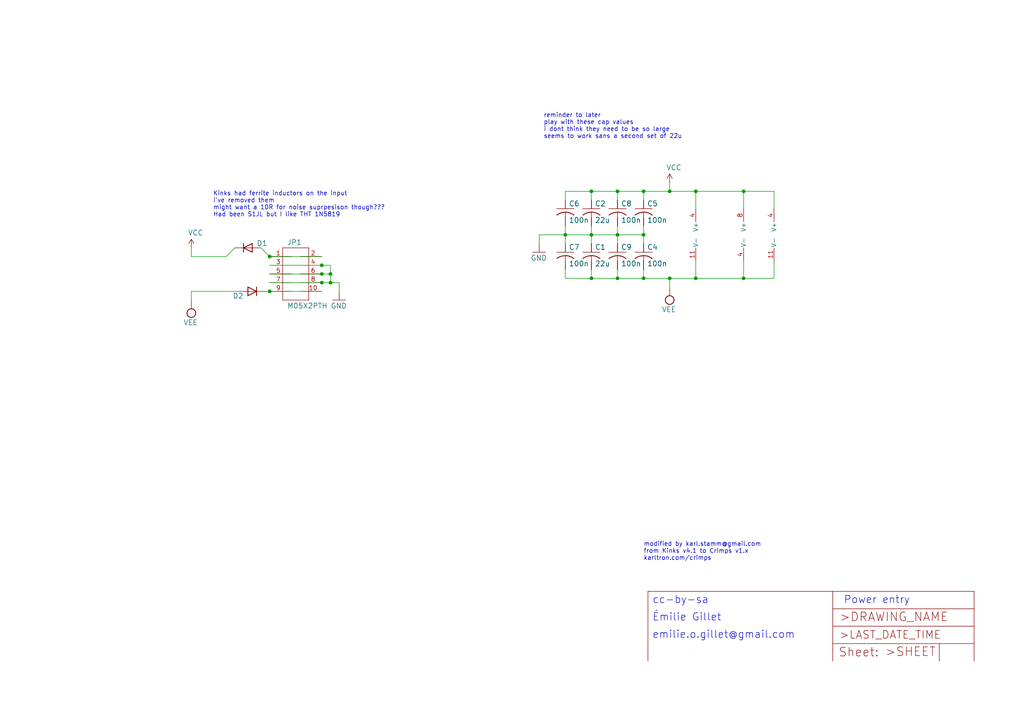
<source format=kicad_sch>
(kicad_sch (version 20230121) (generator eeschema)
  (paper "User" 299.06 210.007)
  (lib_symbols
    (symbol "Amplifier_Operational:TL072" (pin_names (offset 0.127))
      (property "Reference" "U" (at 0 5.08 0))
      (property "Value" "TL072" (at 0 -5.08 0))
      (symbol "TL072_1_1"
        (polyline (pts (xy -5.08 5.08) (xy 5.08 0) (xy -5.08 -5.08) (xy -5.08 5.08)) (stroke (width 0.254)) (fill (type background)))
        (pin output line (at 7.62 0 180) (length 2.54) (name "~") (number "1"))
        (pin input line (at -7.62 -2.54 0) (length 2.54) (name "-") (number "2"))
        (pin input line (at -7.62 2.54 0) (length 2.54) (name "+") (number "3"))
      )
      (symbol "TL072_2_1"
        (polyline (pts (xy -5.08 5.08) (xy 5.08 0) (xy -5.08 -5.08) (xy -5.08 5.08)) (stroke (width 0.254)) (fill (type background)))
        (pin input line (at -7.62 2.54 0) (length 2.54) (name "+") (number "5"))
        (pin input line (at -7.62 -2.54 0) (length 2.54) (name "-") (number "6"))
        (pin output line (at 7.62 0 180) (length 2.54) (name "~") (number "7"))
      )
      (symbol "TL072_3_1"
        (pin power_in line (at -2.54 -7.62 90) (length 3.81) (name "V-") (number "4"))
        (pin power_in line (at -2.54 7.62 270) (length 3.81) (name "V+") (number "8"))
      )
    )
    (symbol "Amplifier_Operational:TL074" (pin_names (offset 0.127))
      (property "Reference" "U" (at 0 5.08 0))
      (property "Value" "TL074" (at 0 -5.08 0))
      (symbol "TL074_1_1"
        (polyline (pts (xy -5.08 5.08) (xy 5.08 0) (xy -5.08 -5.08) (xy -5.08 5.08)) (stroke (width 0.254)) (fill (type background)))
        (pin output line (at 7.62 0 180) (length 2.54) (name "~") (number "1"))
        (pin input line (at -7.62 -2.54 0) (length 2.54) (name "-") (number "2"))
        (pin input line (at -7.62 2.54 0) (length 2.54) (name "+") (number "3"))
      )
      (symbol "TL074_2_1"
        (polyline (pts (xy -5.08 5.08) (xy 5.08 0) (xy -5.08 -5.08) (xy -5.08 5.08)) (stroke (width 0.254)) (fill (type background)))
        (pin input line (at -7.62 2.54 0) (length 2.54) (name "+") (number "5"))
        (pin input line (at -7.62 -2.54 0) (length 2.54) (name "-") (number "6"))
        (pin output line (at 7.62 0 180) (length 2.54) (name "~") (number "7"))
      )
      (symbol "TL074_3_1"
        (polyline (pts (xy -5.08 5.08) (xy 5.08 0) (xy -5.08 -5.08) (xy -5.08 5.08)) (stroke (width 0.254)) (fill (type background)))
        (pin input line (at -7.62 2.54 0) (length 2.54) (name "+") (number "10"))
        (pin output line (at 7.62 0 180) (length 2.54) (name "~") (number "8"))
        (pin input line (at -7.62 -2.54 0) (length 2.54) (name "-") (number "9"))
      )
      (symbol "TL074_4_1"
        (polyline (pts (xy -5.08 5.08) (xy 5.08 0) (xy -5.08 -5.08) (xy -5.08 5.08)) (stroke (width 0.254)) (fill (type background)))
        (pin input line (at -7.62 2.54 0) (length 2.54) (name "+") (number "12"))
        (pin input line (at -7.62 -2.54 0) (length 2.54) (name "-") (number "13"))
        (pin output line (at 7.62 0 180) (length 2.54) (name "~") (number "14"))
      )
      (symbol "TL074_5_1"
        (pin power_in line (at -2.54 -7.62 90) (length 3.81) (name "V-") (number "11"))
        (pin power_in line (at -2.54 7.62 270) (length 3.81) (name "V+") (number "4"))
      )
    )
    (symbol "Device:D" (pin_numbers hide) (pin_names (offset 1.016) hide)
      (property "Reference" "D" (at 0 2.54 0))
      (property "Value" "D" (at 0 -2.54 0))
      (symbol "D_0_1"
        (polyline (pts (xy -1.27 1.27) (xy -1.27 -1.27)) (stroke (width 0.254)))
        (polyline (pts (xy 1.27 0) (xy -1.27 0)))
        (polyline (pts (xy 1.27 1.27) (xy 1.27 -1.27) (xy -1.27 0) (xy 1.27 1.27)) (stroke (width 0.254)))
      )
      (symbol "D_1_1"
        (pin passive line (at -3.81 0 0) (length 2.54) (name "K") (number "1"))
        (pin passive line (at 3.81 0 180) (length 2.54) (name "A") (number "2"))
      )
    )
    (symbol "k2-eagle-import:A4L-LOC" (pin_names (offset 1.016))
      (symbol "A4L-LOC_1_0"
        (polyline (pts (xy 161.29 3.81) (xy 161.29 24.13)))
        (polyline (pts (xy 161.29 24.13) (xy 215.265 24.13)))
        (polyline (pts (xy 215.265 8.89) (xy 215.265 3.81)))
        (polyline (pts (xy 215.265 8.89) (xy 215.265 13.97)))
        (polyline (pts (xy 215.265 13.97) (xy 215.265 19.05)))
        (polyline (pts (xy 215.265 13.97) (xy 256.54 13.97)))
        (polyline (pts (xy 215.265 19.05) (xy 215.265 24.13)))
        (polyline (pts (xy 215.265 19.05) (xy 256.54 19.05)))
        (polyline (pts (xy 215.265 24.13) (xy 256.54 24.13)))
        (polyline (pts (xy 246.38 3.81) (xy 246.38 8.89)))
        (polyline (pts (xy 246.38 8.89) (xy 215.265 8.89)))
        (polyline (pts (xy 246.38 8.89) (xy 256.54 8.89)))
        (polyline (pts (xy 256.54 3.81) (xy 256.54 8.89)))
        (polyline (pts (xy 256.54 8.89) (xy 256.54 13.97)))
        (polyline (pts (xy 256.54 13.97) (xy 256.54 19.05)))
        (polyline (pts (xy 256.54 19.05) (xy 256.54 24.13)))
        (text ">DRAWING_NAME" (at 217.17 15.24 0) (effects (font (size 2.54 2.54)) (justify left bottom)))
        (text ">LAST_DATE_TIME" (at 217.17 10.16 0) (effects (font (size 2.286 2.286)) (justify left bottom)))
        (text ">SHEET" (at 230.505 5.08 0) (effects (font (size 2.54 2.54)) (justify left bottom)))
        (text "Sheet:" (at 216.916 4.953 0) (effects (font (size 2.54 2.54)) (justify left bottom)))
      )
    )
    (symbol "k2-eagle-import:C-USC0402" (pin_names (offset 1.016))
      (property "Reference" "C" (at 1.016 0.635 0))
      (property "Value" "C-USC0402" (at 1.016 -4.191 0))
      (symbol "C-USC0402_1_0"
        (arc (start 0 -1.016) (mid -1.2939 -1.2289) (end -2.4638 -1.8288) (stroke (width 0.254)))
        (polyline (pts (xy -2.54 0) (xy 2.54 0)))
        (polyline (pts (xy 0 -1.016) (xy 0 -2.54)))
        (arc (start 2.4892 -1.8542) (mid 1.3167 -1.2157) (end 0 -0.9906) (stroke (width 0.254)))
        (pin passive line (at 0 2.54 270) (length 2.54) (name "1") (number "1"))
        (pin passive line (at 0 -5.08 90) (length 2.54) (name "2") (number "2"))
      )
    )
    (symbol "k2-eagle-import:C-USC0805" (pin_names (offset 1.016))
      (property "Reference" "C" (at 1.016 0.635 0))
      (property "Value" "C-USC0805" (at 1.016 -4.191 0))
      (symbol "C-USC0805_1_0"
        (arc (start 0 -1.016) (mid -1.2939 -1.2289) (end -2.4638 -1.8288) (stroke (width 0.254)))
        (polyline (pts (xy -2.54 0) (xy 2.54 0)))
        (polyline (pts (xy 0 -1.016) (xy 0 -2.54)))
        (arc (start 2.4892 -1.8542) (mid 1.3167 -1.2157) (end 0 -0.9906) (stroke (width 0.254)))
        (pin passive line (at 0 2.54 270) (length 2.54) (name "1") (number "1"))
        (pin passive line (at 0 -5.08 90) (length 2.54) (name "2") (number "2"))
      )
    )
    (symbol "k2-eagle-import:GND" (power) (pin_names (offset 1.016))
      (property "Value" "GND" (at -2.54 -2.54 0))
      (symbol "GND_1_0"
        (polyline (pts (xy -1.905 0) (xy 1.905 0)))
        (pin power_in line (at 0 2.54 270) (length 2.54) (name "GND") (number "1"))
      )
    )
    (symbol "k2-eagle-import:M05X2PTH" (pin_names (offset 1.016))
      (property "Reference" "JP" (at -2.54 8.382 0))
      (property "Value" "M05X2PTH" (at -2.54 -10.16 0))
      (symbol "M05X2PTH_1_0"
        (polyline (pts (xy -3.81 7.62) (xy -3.81 -7.62)))
        (polyline (pts (xy -3.81 7.62) (xy 3.81 7.62)))
        (polyline (pts (xy -1.27 -5.08) (xy -2.54 -5.08)))
        (polyline (pts (xy -1.27 -2.54) (xy -2.54 -2.54)))
        (polyline (pts (xy -1.27 0) (xy -2.54 0)))
        (polyline (pts (xy -1.27 2.54) (xy -2.54 2.54)))
        (polyline (pts (xy -1.27 5.08) (xy -2.54 5.08)))
        (polyline (pts (xy 1.27 -5.08) (xy 2.54 -5.08)))
        (polyline (pts (xy 1.27 -2.54) (xy 2.54 -2.54)))
        (polyline (pts (xy 1.27 0) (xy 2.54 0)))
        (polyline (pts (xy 1.27 2.54) (xy 2.54 2.54)))
        (polyline (pts (xy 1.27 5.08) (xy 2.54 5.08)))
        (polyline (pts (xy 3.81 -7.62) (xy -3.81 -7.62)))
        (polyline (pts (xy 3.81 -7.62) (xy 3.81 7.62)))
        (pin passive line (at -7.62 5.08 0) (length 5.08) (name "1") (number "1"))
        (pin passive line (at 7.62 -5.08 180) (length 5.08) (name "10") (number "10"))
        (pin passive line (at 7.62 5.08 180) (length 5.08) (name "2") (number "2"))
        (pin passive line (at -7.62 2.54 0) (length 5.08) (name "3") (number "3"))
        (pin passive line (at 7.62 2.54 180) (length 5.08) (name "4") (number "4"))
        (pin passive line (at -7.62 0 0) (length 5.08) (name "5") (number "5"))
        (pin passive line (at 7.62 0 180) (length 5.08) (name "6") (number "6"))
        (pin passive line (at -7.62 -2.54 0) (length 5.08) (name "7") (number "7"))
        (pin passive line (at 7.62 -2.54 180) (length 5.08) (name "8") (number "8"))
        (pin passive line (at -7.62 -5.08 0) (length 5.08) (name "9") (number "9"))
      )
    )
    (symbol "k2-eagle-import:VCC" (power) (pin_names (offset 1.016))
      (property "Value" "VCC" (at -1.016 3.556 0))
      (symbol "VCC_1_0"
        (polyline (pts (xy 0 2.54) (xy -0.762 1.27)))
        (polyline (pts (xy 0.762 1.27) (xy 0 2.54)))
        (pin power_in line (at 0 0 90) (length 2.54) (name "VCC") (number "1"))
      )
    )
    (symbol "k2-eagle-import:VEE" (power) (pin_names (offset 1.016))
      (property "Value" "VEE" (at -1.905 3.175 0))
      (symbol "VEE_1_0"
        (circle (center 0 1.27) (radius 1.27) (stroke (width 0.254)))
        (pin power_in line (at 0 -2.54 90) (length 2.54) (name "VEE") (number "1"))
      )
    )
  )
  (junction (at 217.17 81.28))
  (junction (at 195.58 81.28))
  (junction (at 172.72 81.28))
  (junction (at 78.74 74.93))
  (junction (at 180.34 55.88))
  (junction (at 203.2 81.28))
  (junction (at 96.52 82.55))
  (junction (at 96.52 80.01))
  (junction (at 93.98 82.55))
  (junction (at 187.96 81.28))
  (junction (at 93.98 80.01))
  (junction (at 203.2 55.88))
  (junction (at 180.34 68.58))
  (junction (at 195.58 55.88))
  (junction (at 165.1 68.58))
  (junction (at 180.34 81.28))
  (junction (at 172.72 68.58))
  (junction (at 187.96 68.58))
  (junction (at 217.17 55.88))
  (junction (at 172.72 55.88))
  (junction (at 187.96 55.88))
  (junction (at 93.98 77.47))
  (junction (at 78.74 85.09))
  (wire (pts (xy 203.2 76.2) (xy 203.2 81.28)))
  (wire (pts (xy 77.47 85.09) (xy 78.74 85.09)))
  (wire (pts (xy 180.34 55.88) (xy 187.96 55.88)))
  (wire (pts (xy 99.06 82.55) (xy 99.06 85.09)))
  (wire (pts (xy 217.17 55.88) (xy 226.06 55.88)))
  (wire (pts (xy 217.17 81.28) (xy 226.06 81.28)))
  (wire (pts (xy 55.88 85.09) (xy 55.88 87.63)))
  (wire (pts (xy 165.1 68.58) (xy 165.1 66.04)))
  (wire (pts (xy 165.1 78.74) (xy 165.1 81.28)))
  (wire (pts (xy 172.72 78.74) (xy 172.72 81.28)))
  (wire (pts (xy 66.04 74.93) (xy 55.88 74.93)))
  (wire (pts (xy 96.52 82.55) (xy 99.06 82.55)))
  (wire (pts (xy 93.98 85.09) (xy 78.74 85.09)))
  (wire (pts (xy 203.2 55.88) (xy 217.17 55.88)))
  (wire (pts (xy 195.58 53.34) (xy 195.58 55.88)))
  (wire (pts (xy 180.34 81.28) (xy 172.72 81.28)))
  (wire (pts (xy 93.98 77.47) (xy 96.52 77.47)))
  (wire (pts (xy 157.48 68.58) (xy 165.1 68.58)))
  (wire (pts (xy 165.1 58.42) (xy 165.1 55.88)))
  (wire (pts (xy 195.58 83.82) (xy 195.58 81.28)))
  (wire (pts (xy 217.17 76.2) (xy 217.17 81.28)))
  (wire (pts (xy 165.1 81.28) (xy 172.72 81.28)))
  (wire (pts (xy 96.52 80.01) (xy 96.52 82.55)))
  (wire (pts (xy 165.1 68.58) (xy 172.72 68.58)))
  (wire (pts (xy 226.06 60.96) (xy 226.06 55.88)))
  (wire (pts (xy 78.74 74.93) (xy 93.98 74.93)))
  (wire (pts (xy 180.34 71.12) (xy 180.34 68.58)))
  (wire (pts (xy 203.2 60.96) (xy 203.2 55.88)))
  (wire (pts (xy 187.96 71.12) (xy 187.96 68.58)))
  (wire (pts (xy 96.52 77.47) (xy 96.52 80.01)))
  (wire (pts (xy 203.2 81.28) (xy 217.17 81.28)))
  (wire (pts (xy 172.72 55.88) (xy 172.72 58.42)))
  (wire (pts (xy 78.74 74.93) (xy 76.2 72.39)))
  (wire (pts (xy 203.2 55.88) (xy 195.58 55.88)))
  (wire (pts (xy 172.72 68.58) (xy 180.34 68.58)))
  (wire (pts (xy 55.88 85.09) (xy 69.85 85.09)))
  (wire (pts (xy 187.96 78.74) (xy 187.96 81.28)))
  (wire (pts (xy 226.06 81.28) (xy 226.06 76.2)))
  (wire (pts (xy 93.98 82.55) (xy 96.52 82.55)))
  (wire (pts (xy 172.72 66.04) (xy 172.72 68.58)))
  (wire (pts (xy 172.72 71.12) (xy 172.72 68.58)))
  (wire (pts (xy 180.34 81.28) (xy 187.96 81.28)))
  (wire (pts (xy 187.96 55.88) (xy 195.58 55.88)))
  (wire (pts (xy 180.34 66.04) (xy 180.34 68.58)))
  (wire (pts (xy 165.1 55.88) (xy 172.72 55.88)))
  (wire (pts (xy 93.98 80.01) (xy 78.74 80.01)))
  (wire (pts (xy 165.1 71.12) (xy 165.1 68.58)))
  (wire (pts (xy 180.34 78.74) (xy 180.34 81.28)))
  (wire (pts (xy 55.88 72.39) (xy 55.88 74.93)))
  (wire (pts (xy 157.48 68.58) (xy 157.48 71.12)))
  (wire (pts (xy 96.52 80.01) (xy 93.98 80.01)))
  (wire (pts (xy 68.58 72.39) (xy 66.04 74.93)))
  (wire (pts (xy 217.17 55.88) (xy 217.17 60.96)))
  (wire (pts (xy 195.58 81.28) (xy 203.2 81.28)))
  (wire (pts (xy 180.34 58.42) (xy 180.34 55.88)))
  (wire (pts (xy 78.74 77.47) (xy 93.98 77.47)))
  (wire (pts (xy 78.74 82.55) (xy 93.98 82.55)))
  (wire (pts (xy 187.96 81.28) (xy 195.58 81.28)))
  (wire (pts (xy 187.96 68.58) (xy 187.96 66.04)))
  (wire (pts (xy 180.34 68.58) (xy 187.96 68.58)))
  (wire (pts (xy 187.96 58.42) (xy 187.96 55.88)))
  (wire (pts (xy 180.34 55.88) (xy 172.72 55.88)))
  (text "Émilie Gillet" (at 190.5 181.61 0) (effects (font (size 2.159 2.159)) (justify left bottom)))
  (text "Kinks had ferrite inductors on the input\ni've removed them\nmight want a 10R for noise suprpesison though???\nHad been S1JL but I like THT 1N5819" (at 62.23 63.5 0) (effects (font (size 1.27 1.27)) (justify left bottom)))
  (text "Power entry" (at 246.38 176.53 0) (effects (font (size 2.159 2.159)) (justify left bottom)))
  (text "cc-by-sa" (at 190.5 176.53 0) (effects (font (size 2.159 2.159)) (justify left bottom)))
  (text "reminder to later\nplay with these cap values\ni dont think they need to be so large\nseems to work sans a second set of 22u" (at 158.75 40.64 0) (effects (font (size 1.27 1.27)) (justify left bottom)))
  (text "modified by karl.stamm@gmail.com\nfrom Kinks v4.1 to Crimps v1.x\nkarltron.com/crimps\n" (at 187.96 163.83 0) (effects (font (size 1.27 1.27)) (justify left bottom)))
  (text "emilie.o.gillet@gmail.com" (at 190.5 186.69 0) (effects (font (size 2.159 2.159)) (justify left bottom)))
  (symbol (lib_id "k2-eagle-import:VEE") (at 195.58 86.36 180) (unit 1)
    (property "Reference" "#SUPPLY04" (effects hide))
    (property "Value" "VEE" (at 197.485 89.535 0) (effects (font (size 1.4986 1.4986)) (justify left bottom)))
    (instances (project "k2" (path "" (reference "#SUPPLY04") (unit 1)) (path "" (reference "#SUPPLY4") (unit 1))))
  )
  (symbol (lib_id "k2-eagle-import:C-USC0402") (at 180.34 73.66 0) (unit 1)
    (property "Reference" "C9" (at 181.356 73.025 0) (effects (font (size 1.4986 1.4986)) (justify left bottom)))
    (property "Value" "100n" (at 181.356 77.851 0) (effects (font (size 1.4986 1.4986)) (justify left bottom)))
    (property "Footprint" "Capacitor_SMD:C_0805_2012Metric_Pad1.18x1.45mm_HandSolder" (effects hide))
  )
  (symbol (lib_id "k2-eagle-import:A4L-LOC") (at 27.94 196.85 0) (unit 1)
    (property "Reference" "#FRAME8" (effects hide))
    (property "Value" "A4L-LOC" (effects hide))
  )
  (symbol (lib_id "k2-eagle-import:C-USC0402") (at 187.96 73.66 0) (unit 1)
    (property "Reference" "C4" (at 188.976 73.025 0) (effects (font (size 1.4986 1.4986)) (justify left bottom)))
    (property "Value" "100n" (at 188.976 77.851 0) (effects (font (size 1.4986 1.4986)) (justify left bottom)))
    (property "Footprint" "Capacitor_SMD:C_0805_2012Metric_Pad1.18x1.45mm_HandSolder" (effects hide))
  )
  (symbol (lib_id "k2-eagle-import:C-USC0805") (at 172.72 60.96 0) (unit 1)
    (property "Reference" "C2" (at 173.736 60.325 0) (effects (font (size 1.4986 1.4986)) (justify left bottom)))
    (property "Value" "22u" (at 173.736 65.151 0) (effects (font (size 1.4986 1.4986)) (justify left bottom)))
    (property "Footprint" "Capacitor_THT:CP_Radial_D6.3mm_P2.50mm" (effects hide))
  )
  (symbol (lib_id "k2-eagle-import:C-USC0805") (at 165.1 73.66 0) (unit 1)
    (property "Reference" "C7" (at 166.116 73.025 0) (effects (font (size 1.4986 1.4986)) (justify left bottom)))
    (property "Value" "100n" (at 166.116 77.851 0) (effects (font (size 1.4986 1.4986)) (justify left bottom)))
    (property "Footprint" "Capacitor_SMD:C_0805_2012Metric_Pad1.18x1.45mm_HandSolder" (effects hide))
  )
  (symbol (lib_id "k2-eagle-import:VCC") (at 55.88 72.39 0) (unit 1)
    (property "Reference" "#P+01" (effects hide))
    (property "Value" "VCC" (at 54.864 68.834 0) (effects (font (size 1.4986 1.4986)) (justify left bottom)))
    (instances (project "k2" (path "" (reference "#P+01") (unit 1)) (path "" (reference "#P+1") (unit 1))))
  )
  (symbol (lib_id "Amplifier_Operational:TL072") (at 219.71 68.58 0) (unit 3)
    (property "Reference" "IC2" (effects hide))
    (property "Value" "TL072" (effects hide))
    (property "Footprint" "Package_SO:SOIC-8_3.9x4.9mm_P1.27mm" (effects hide))
    (instances (project "k2" (path "" (reference "IC2") (unit 3)) (path "" (reference "IC2") (unit 5))))
  )
  (symbol (lib_id "Device:D") (at 73.66 85.09 180) (unit 1)
    (property "Reference" "D2" (at 71.12 85.5726 0) (effects (font (size 1.4986 1.4986)) (justify left bottom)))
    (property "Value" "S1JL" (effects hide))
    (property "Footprint" "Diode_THT:D_DO-41_SOD81_P10.16mm_Horizontal" (effects hide))
    (instances (project "k2" (path "" (reference "D2") (unit 1)) (path "" (reference "D?") (unit 1))))
  )
  (symbol (lib_id "Amplifier_Operational:TL074") (at 205.74 68.58 0) (unit 5)
    (property "Reference" "IC1" (effects hide))
    (property "Value" "TL074" (effects hide))
    (property "Footprint" "Package_SO:SOIC-14_3.9x8.7mm_P1.27mm" (effects hide))
  )
  (symbol (lib_id "k2-eagle-import:C-USC0805") (at 172.72 73.66 0) (unit 1)
    (property "Reference" "C1" (at 173.736 73.025 0) (effects (font (size 1.4986 1.4986)) (justify left bottom)))
    (property "Value" "22u" (at 173.736 77.851 0) (effects (font (size 1.4986 1.4986)) (justify left bottom)))
    (property "Footprint" "Capacitor_THT:CP_Radial_D6.3mm_P2.50mm" (effects hide))
  )
  (symbol (lib_id "k2-eagle-import:C-USC0402") (at 187.96 60.96 0) (unit 1)
    (property "Reference" "C5" (at 188.976 60.325 0) (effects (font (size 1.4986 1.4986)) (justify left bottom)))
    (property "Value" "100n" (at 188.976 65.151 0) (effects (font (size 1.4986 1.4986)) (justify left bottom)))
    (property "Footprint" "Capacitor_SMD:C_0805_2012Metric_Pad1.18x1.45mm_HandSolder" (effects hide))
  )
  (symbol (lib_id "k2-eagle-import:VEE") (at 55.88 90.17 180) (unit 1)
    (property "Reference" "#SUPPLY01" (effects hide))
    (property "Value" "VEE" (at 57.785 93.345 0) (effects (font (size 1.4986 1.4986)) (justify left bottom)))
    (instances (project "k2" (path "" (reference "#SUPPLY01") (unit 1)) (path "" (reference "#SUPPLY1") (unit 1))))
  )
  (symbol (lib_id "k2-eagle-import:GND") (at 157.48 73.66 0) (unit 1)
    (property "Reference" "#GND026" (effects hide))
    (property "Value" "GND" (at 154.94 76.2 0) (effects (font (size 1.4986 1.4986)) (justify left bottom)))
    (instances (project "k2" (path "" (reference "#GND026") (unit 1)) (path "" (reference "#GND26") (unit 1))))
  )
  (symbol (lib_id "k2-eagle-import:GND") (at 99.06 87.63 0) (unit 1)
    (property "Reference" "#GND01" (effects hide))
    (property "Value" "GND" (at 96.52 90.17 0) (effects (font (size 1.4986 1.4986)) (justify left bottom)))
    (instances (project "k2" (path "" (reference "#GND01") (unit 1)) (path "" (reference "#GND1") (unit 1))))
  )
  (symbol (lib_id "k2-eagle-import:M05X2PTH") (at 86.36 80.01 0) (unit 1)
    (property "Reference" "JP1" (at 83.82 71.628 0) (effects (font (size 1.4986 1.4986)) (justify left bottom)))
    (property "Value" "M05X2PTH" (at 83.82 90.17 0) (effects (font (size 1.4986 1.4986)) (justify left bottom)))
    (property "Footprint" "k2:AVR_ICSP" (effects hide))
  )
  (symbol (lib_id "k2-eagle-import:VCC") (at 195.58 53.34 0) (unit 1)
    (property "Reference" "#P+05" (effects hide))
    (property "Value" "VCC" (at 194.564 49.784 0) (effects (font (size 1.4986 1.4986)) (justify left bottom)))
    (instances (project "k2" (path "" (reference "#P+05") (unit 1)) (path "" (reference "#P+5") (unit 1))))
  )
  (symbol (lib_id "k2-eagle-import:C-USC0805") (at 165.1 60.96 0) (unit 1)
    (property "Reference" "C6" (at 166.116 60.325 0) (effects (font (size 1.4986 1.4986)) (justify left bottom)))
    (property "Value" "100n" (at 166.116 65.151 0) (effects (font (size 1.4986 1.4986)) (justify left bottom)))
    (property "Footprint" "Capacitor_SMD:C_0805_2012Metric_Pad1.18x1.45mm_HandSolder" (effects hide))
  )
  (symbol (lib_id "k2-eagle-import:C-USC0402") (at 180.34 60.96 0) (unit 1)
    (property "Reference" "C8" (at 181.356 60.325 0) (effects (font (size 1.4986 1.4986)) (justify left bottom)))
    (property "Value" "100n" (at 181.356 65.151 0) (effects (font (size 1.4986 1.4986)) (justify left bottom)))
    (property "Footprint" "Capacitor_SMD:C_0805_2012Metric_Pad1.18x1.45mm_HandSolder" (effects hide))
  )
  (symbol (lib_id "Amplifier_Operational:TL074") (at 228.6 68.58 0) (unit 5)
    (property "Reference" "IC3" (effects hide))
    (property "Value" "OPA4171" (effects hide))
    (property "Footprint" "Package_SO:SOIC-14_3.9x8.7mm_P1.27mm" (effects hide))
  )
  (symbol (lib_id "Device:D") (at 72.39 72.39 0) (unit 1)
    (property "Reference" "D1" (at 74.93 71.9074 0) (effects (font (size 1.4986 1.4986)) (justify left bottom)))
    (property "Value" "S1JL" (effects hide))
    (property "Footprint" "Diode_THT:D_DO-41_SOD81_P10.16mm_Horizontal" (effects hide))
  )
)
</source>
